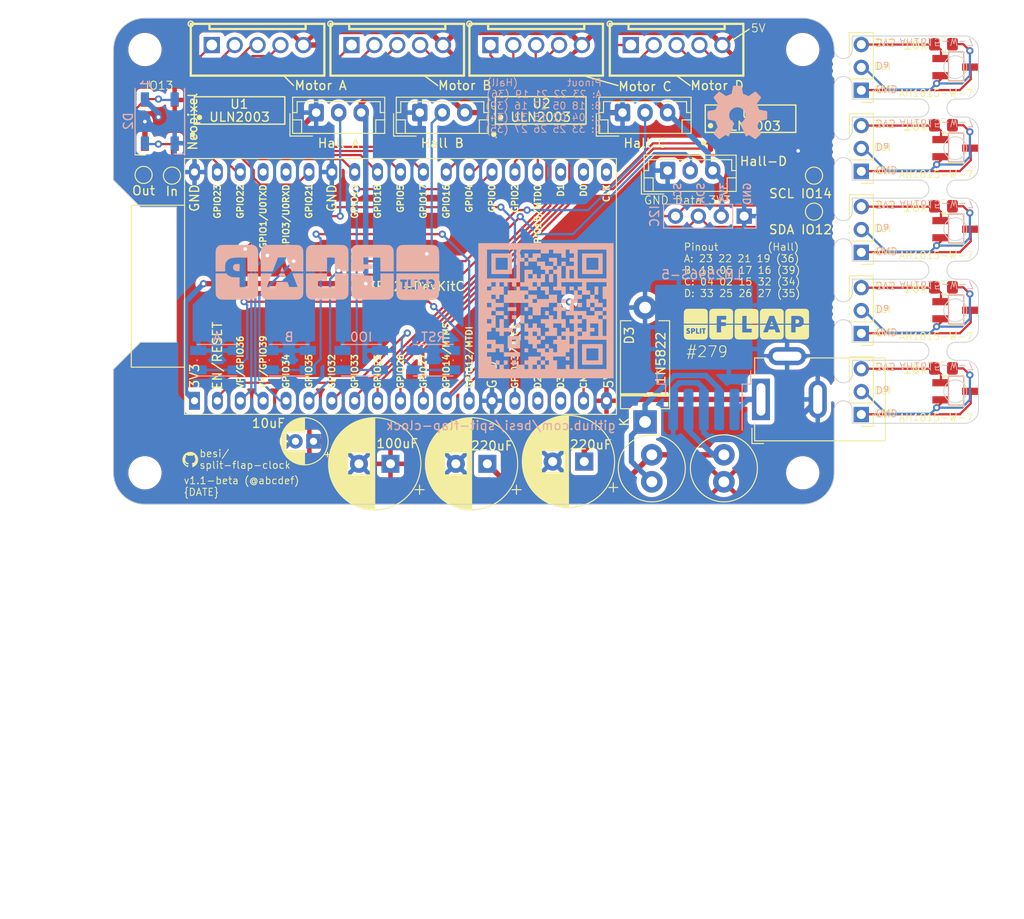
<source format=kicad_pcb>
(kicad_pcb (version 20221018) (generator pcbnew)
  (layers (0 "F.Cu" signal) (31 "B.Cu" signal) (34 "B.Paste" user) (35 "F.Paste" user) (36 "B.SilkS" user "B.Silkscreen") (37 "F.SilkS" user "F.Silkscreen") (38 "B.Mask" user) (39 "F.Mask" user) (44 "Edge.Cuts" user))
  (net 0 "")
  (net 1 "unconnected-(U3-CMD-Pad18)")
  (net 4 "Net-(U1-O1)")
  (net 5 "Net-(U1-O2)")
  (net 6 "Net-(U1-O3)")
  (net 7 "Net-(U1-O4)")
  (net 8 "+5V")
  (net 9 "Net-(U1-O5)")
  (net 10 "Net-(U1-O6)")
  (net 11 "Net-(U1-O7)")
  (net 12 "Net-(U2-O1)")
  (net 13 "Net-(U2-O2)")
  (net 14 "Net-(U2-O3)")
  (net 15 "Net-(U2-O4)")
  (net 16 "Net-(U2-O5)")
  (net 17 "Net-(U2-O6)")
  (net 18 "Net-(U2-O7)")
  (net 19 "Net-(U4-O1)")
  (net 20 "Net-(U4-O2)")
  (net 21 "GPIO23")
  (net 22 "GPIO22")
  (net 23 "GPIO21")
  (net 24 "GPIO19")
  (net 29 "GND")
  (net 30 "+3V3")
  (net 31 "GPIO18")
  (net 32 "GPIO5")
  (net 33 "GPIO17")
  (net 34 "GPIO16")
  (net 35 "GPIO4")
  (net 36 "GPIO2")
  (net 37 "GPIO15")
  (net 39 "GPIO32")
  (net 40 "GPIO33")
  (net 41 "GPIO25")
  (net 42 "GPIO26")
  (net 43 "GPIO27")
  (net 54 "Neopixel_Out")
  (net 55 "GPIO12")
  (net 56 "GPIO13")
  (net 57 "GPIO14")
  (net 58 "GPI36")
  (net 59 "GPI39")
  (net 60 "GPI34")
  (net 61 "GPI35")
  (net 62 "Net-(J6-Pin_2)")
  (net 63 "Net-(J6-Pin_1)")
  (net 64 "Net-(J6-Pin_3)")
  (net 65 "+12V")
  (net 66 "Net-(J12-Pin_3)")
  (net 67 "Net-(J12-Pin_2)")
  (net 68 "Net-(J12-Pin_1)")
  (net 69 "Net-(J13-Pin_3)")
  (net 70 "Net-(J13-Pin_2)")
  (net 71 "Net-(J13-Pin_1)")
  (net 72 "Net-(J14-Pin_3)")
  (net 73 "Net-(J14-Pin_2)")
  (net 74 "Net-(J14-Pin_1)")
  (net 75 "Net-(J15-Pin_3)")
  (net 76 "Net-(J15-Pin_2)")
  (net 77 "Net-(J15-Pin_1)")
  (net 78 "GPIO0")
  (net 79 "RESET")
  (net 80 "/POW_FB")
  (net 81 "/POW_OUT")
  (footprint "Package_TO_SOT_SMD:SC-59_Handsoldering" (layer "F.Cu") (at 178.434808 117.449171)
    (fp_text reference "U6" hide)
    (fp_text value "AH1815-W-7")
  )
  (footprint "MountingHole:MountingHole_3.2mm_M3" (layer "F.Cu") (at 161.5 135.5)
    (fp_text reference "H4" hide)
    (fp_text value "MountingHole" hide)
  )
  (footprint "Resistor_SMD:R_0805_2012Metric_Pad1.20x1.40mm_HandSolder" (layer "F.Cu") (at 177.114721 114.904584 180)
    (fp_text reference "R2" hide)
    (fp_text value "10k")
  )
  (footprint "MountingHole:MountingHole_3.2mm_M3" (layer "F.Cu") (at 172.787463 117.50742 -90)
    (fp_text reference "H6" hide)
    (fp_text value "MountingHole" hide)
  )
  (footprint "LOGO" (layer "F.Cu") (at 155.25 119)
    (fp_text reference "G***" hide)
    (fp_text value "LOGO" hide)
  )
  (footprint "Capacitor_THT:CP_Radial_D10.0mm_P3.50mm" (layer "F.Cu") (at 137.25 134.25 180)
    (fp_text reference "C6" hide)
    (fp_text value "220uF")
  )
  (footprint "Capacitor_THT:CP_Radial_D10.0mm_P3.50mm" (layer "F.Cu") (at 115.75 134.5 180)
    (fp_text reference "C8" hide)
    (fp_text value "100uF")
  )
  (footprint "Connector_JST:JST_EH_B3B-EH-A_1x03_P2.50mm_Vertical" (layer "F.Cu") (at 146.507061 101.937775)
    (fp_text reference "J11" hide)
    (fp_text value "Hall-D")
  )
  (footprint "MountingHole:MountingHole_3.2mm_M3" (layer "F.Cu") (at 172.787463 99.50742 -90)
    (fp_text reference "H8" hide)
    (fp_text value "MountingHole" hide)
  )
  (footprint "Connector_BarrelJack:BarrelJack_GCT_DCJ200-10-A_Horizontal" (layer "F.Cu") (at 156.862939 127.348699 90)
    (fp_text reference "J7" hide)
    (fp_text value "Barrel_Jack_Switch")
  )
  (footprint "Panelization:mouse-bite-2mm-slot" (layer "F.Cu") (at 166 117.5 90)
    (fp_text reference "mouse-bite-2mm-slot1" hide)
    (fp_text value "VAL**" hide)
    (fp_arc (start -2 -1) (mid -1 0) (end -2 1) (stroke (width 0.1)) (layer "Edge.Cuts"))
    (fp_arc (start 2 1) (mid 1 0) (end 2 -1) (stroke (width 0.1)) (layer "Edge.Cuts"))
  )
  (footprint "Package_TO_SOT_SMD:SC-59_Handsoldering" (layer "F.Cu") (at 178.434808 90.449171)
    (fp_text reference "U9" hide)
    (fp_text value "AH1815-W-7")
  )
  (footprint "TestPoint:TestPoint_Pad_D1.5mm" (layer "F.Cu") (at 88.34981 102.422254)
    (fp_text reference "TP2" hide)
    (fp_text value "Out")
  )
  (footprint "PCM_Espressif:ESP32-DevKitC" (layer "F.Cu") (at 94 127.5 90)
    (fp_text reference "U3" hide)
    (fp_text value "ESP32-DevKitC")
  )
  (footprint "Connector_PinHeader_2.54mm:PinHeader_1x03_P2.54mm_Vertical" (layer "F.Cu") (at 168 93.025 180)
    (fp_text reference "J15" hide)
    (fp_text value "Conn_01x03" hide)
  )
  (footprint "Panelization:mouse-bite-2mm-slot" (layer "F.Cu") (at 166 108.5 90)
    (fp_text reference "mouse-bite-2mm-slot3" hide)
    (fp_text value "VAL**" hide)
    (fp_arc (start -2 -1) (mid -1 0) (end -2 1) (stroke (width 0.1)) (layer "Edge.Cuts"))
    (fp_arc (start 2 1) (mid 1 0) (end 2 -1) (stroke (width 0.1)) (layer "Edge.Cuts"))
  )
  (footprint "Connector_PinHeader_2.54mm:PinHeader_1x03_P2.54mm_Vertical" (layer "F.Cu") (at 168 102.025 180)
    (fp_text reference "J14" hide)
    (fp_text value "Conn_01x03" hide)
  )
  (footprint "jlc_footprints:SOIC-16_L9.9-W3.9-P1.27-LS6.0-BL" (layer "F.Cu") (at 155.710327 96.179342)
    (fp_text reference "U4")
    (fp_text value "ULN2003")
  )
  (footprint "Connector_JST:JST_EH_B3B-EH-A_1x03_P2.50mm_Vertical" (layer "F.Cu") (at 119 95.5)
    (fp_text reference "J9" hide)
    (fp_text value "Hall B")
  )
  (footprint "MountingHole:MountingHole_3.2mm_M3" (layer "F.Cu") (at 88.5 88.5)
    (fp_text reference "H1" hide)
    (fp_text value "MountingHole" hide)
  )
  (footprint "MountingHole:MountingHole_3.2mm_M3" (layer "F.Cu") (at 161.5 88.5)
    (fp_text reference "H3" hide)
    (fp_text value "MountingHole" hide)
  )
  (footprint "Inductor_THT:L_Radial_D7.2mm_P3.00mm_Murata_1700" (layer "F.Cu") (at 144.75 136.5 90)
    (fp_text reference "L1" hide)
    (fp_text value "33uH")
  )
  (footprint "Package_TO_SOT_SMD:SC-59_Handsoldering" (layer "F.Cu") (at 178.434808 126.449171)
    (fp_text reference "U5" hide)
    (fp_text value "AH1815-W-7")
  )
  (footprint "TestPoint:TestPoint_Pad_D1.5mm" (layer "F.Cu") (at 162.75 106.5)
    (fp_text reference "TP3" hide)
    (fp_text value "SDA IO12")
  )
  (footprint "Package_TO_SOT_SMD:SC-59_Handsoldering" (layer "F.Cu") (at 178.434808 99.449171)
    (fp_text reference "U8" hide)
    (fp_text value "AH1815-W-7")
  )
  (footprint "Connector_PinHeader_2.54mm:PinHeader_1x03_P2.54mm_Vertical" (layer "F.Cu") (at 168 120.025 180)
    (fp_text reference "J12" hide)
    (fp_text value "Conn_01x03" hide)
  )
  (footprint "Connector_PinHeader_2.54mm:PinHeader_1x03_P2.54mm_Vertical" (layer "F.Cu") (at 168 129.025 180)
    (fp_text reference "J6" hide)
    (fp_text value "Conn_01x03" hide)
  )
  (footprint "MountingHole:MountingHole_3.2mm_M3" (layer "F.Cu") (at 172.787463 126.50742 -90)
    (fp_text reference "H5" hide)
    (fp_text value "MountingHole" hide)
  )
  (footprint "jlc_footprints:CONN-TH_B5B-XH-A-LF-SN" (layer "F.Cu") (at 116.5 88 180)
    (fp_text reference "J2" hide)
    (fp_text value "Motor B")
  )
  (footprint "Capacitor_THT:CP_Radial_D10.0mm_P3.50mm" (layer "F.Cu") (at 126.5 134.5 180)
    (fp_text reference "C7" hide)
    (fp_text value "220uF")
  )
  (footprint "Connector_JST:JST_EH_B3B-EH-A_1x03_P2.50mm_Vertical" (layer "F.Cu") (at 141.5 95.5)
    (fp_text reference "J10" hide)
    (fp_text value "Hall C")
  )
  (footprint "Diode_THT:D_DO-201_P12.70mm_Horizontal" (layer "F.Cu") (at 144 129.85 90)
    (fp_text reference "D3")
    (fp_text value "1N5822")
  )
  (footprint "Panelization:mouse-bite-2mm-slot" (layer "F.Cu") (at 166 126.5 90)
    (fp_text reference "mouse-bite-2mm-slot" hide)
    (fp_text value "VAL**" hide)
    (fp_arc (start -2 -1) (mid -1 0) (end -2 1) (stroke (width 0.1)) (layer "Edge.Cuts"))
    (fp_arc (start 2 1) (mid 1 0) (end 2 -1) (stroke (width 0.1)) (layer "Edge.Cuts"))
  )
  (footprint "Panelization:mouse-bite-2mm-slot" (layer "F.Cu") (at 166 99.5 90)
    (fp_text reference "mouse-bite-2mm-slot5" hide)
    (fp_text value "VAL**" hide)
    (fp_arc (start -2 -1) (mid -1 0) (end -2 1) (stroke (width 0.1)) (layer "Edge.Cuts"))
    (fp_arc (start 2 1) (mid 1 0) (end 2 -1) (stroke (width 0.1)) (layer "Edge.Cuts"))
  )
  (footprint "jlc_footprints:CONN-TH_B5B-XH-A-LF-SN" (layer "F.Cu") (at 101 88 180)
    (fp_text reference "J1" hide)
    (fp_text value "Motor A")
  )
  (footprint "jlc_footprints:SOIC-16_L9.9-W3.9-P1.27-LS6.0-BL" (layer "F.Cu") (at 132.421954 95.25207)
    (fp_text reference "U2")
    (fp_text value "ULN2003")
  )
  (footprint "Resistor_SMD:R_0805_2012Metric_Pad1.20x1.40mm_HandSolder" (layer "F.Cu") (at 177.114721 105.904584 180)
    (fp_text reference "R3" hide)
    (fp_text value "10k")
  )
  (footprint "Panelization:mouse-bite-2mm-slot" (layer "F.Cu") (at 176.5 113 180)
    (fp_text reference "mouse-bite-2mm-slot2" hide)
    (fp_text value "VAL**" hide)
    (fp_arc (start -2 -1) (mid -1 0) (end -2 1) (stroke (width 0.1)) (layer "Edge.Cuts"))
    (fp_arc (start 2 1) (mid 1 0) (end 2 -1) (stroke (width 0.1)) (layer "Edge.Cuts"))
  )
  (footprint "MountingHole:MountingHole_3.2mm_M3" (layer "F.Cu") (at 172.787463 90.50742 -90)
    (fp_text reference "H9" hide)
    (fp_text value "MountingHole" hide)
  )
  (footprint "jlc_footprints:CONN-TH_B5B-XH-A-LF-SN" (layer "F.Cu") (at 147.5 88 180)
    (fp_text reference "J4" hide)
    (fp_text value "Motor D")
  )
  (footprint "Panelization:mouse-bite-2mm-slot" (layer "F.Cu") (at 166 90.5 90)
    (fp_text reference "mouse-bite-2mm-slot7" hide)
    (fp_text value "VAL**" hide)
    (fp_arc (start -2 -1) (mid -1 0) (end -2 1) (stroke (width 0.1)) (layer "Edge.Cuts"))
    (fp_arc (start 2 1) (mid 1 0) (end 2 -1) (stroke (width 0.1)) (layer "Edge.Cuts"))
  )
  (footprint "Inductor_THT:L_Radial_D7.2mm_P3.00mm_Murata_1700" (layer "F.Cu") (at 152.75 133.5 -90)
    (fp_text reference "L2" hide)
    (fp_text value "22uH")
  )
  (footprint "Connector_PinHeader_2.54mm:PinHeader_1x03_P2.54mm_Vertical" (layer "F.Cu") (at 168 111.025 180)
    (fp_text reference "J13" hide)
    (fp_text value "Conn_01x03" hide)
  )
  (footprint "Panelization:mouse-bite-2mm-slot" (layer "F.Cu") (at 176.5 122 180)
    (fp_text reference "mouse-bite-2mm-slot" hide)
    (fp_text value "VAL**" hide)
    (fp_arc (start -2 -1) (mid -1 0) (end -2 1) (stroke (width 0.1)) (layer "Edge.Cuts"))
    (fp_arc (start 2 1) (mid 1 0) (end 2 -1) (stroke (width 0.1)) (layer "Edge.Cuts"))
  )
  (footprint "Resistor_SMD:R_0805_2012Metric_Pad1.20x1.40mm_HandSolder" (layer "F.Cu") (at 177.114721 87.904584 180)
    (fp_text reference "R5" hide)
    (fp_text value "10k")
  )
  (footprint "MountingHole:MountingHole_3.2mm_M3" (layer "F.Cu") (at 88.5 135.5)
    (fp_text reference "H2" hide)
    (fp_text value "MountingHole" hide)
  )
  (footprint "Connector_JST:JST_EH_B3B-EH-A_1x03_P2.50mm_Vertical" (layer "F.Cu") (at 107.5 95.5)
    (fp_text reference "J8" hide)
    (fp_text value "Hall A")
  )
  (footprint "jlc_footprints:CONN-TH_B5B-XH-A-LF-SN" (layer "F.Cu") (at 131.91999 88 180)
    (fp_text reference "J3" hide)
    (fp_text value "Motor C")
  )
  (footprint "Package_TO_SOT_SMD:SC-59_Handsoldering" (layer "F.Cu") (at 178.434808 108.449171)
    (fp_text reference "U7" hide)
    (fp_text value "AH1815-W-7")
  )
  (footprint "LOGO" (layer "F.Cu") (at 93.5 134)
    (fp_text reference "G***" hide)
    (fp_text value "LOGO" hide)
  )
  (footprint "Panelization:mouse-bite-2mm-slot" (layer "F.Cu") (at 176.5 104 180)
    (fp_text reference "mouse-bite-2mm-slot4" hide)
    (fp_text value "VAL**" hide)
    (fp_arc (start -2 -1) (mid -1 0) (end -2 1) (stroke (width 0.1)) (layer "Edge.Cuts"))
    (fp_arc (start 2 1) (mid 1 0) (end 2 -1) (stroke (width 0.1)) (layer "Edge.Cuts"))
  )
  (footprint "TestPoint:TestPoint_Pad_D1.5mm" (layer "F.Cu") (at 162.75 102.5)
    (fp_text reference "TP4" hide)
    (fp_text value "SCL IO14")
  )
  (footprint "jlc_footprints:SOIC-16_L9.9-W3.9-P1.27-LS6.0-BL" (layer "F.Cu") (at 99 95.264415)
    (fp_text reference "U1")
    (fp_text value "ULN2003")
  )
  (footprint "Resistor_SMD:R_0805_2012Metric_Pad1.20x1.40mm_HandSolder" (layer "F.Cu") (at 177.114721 96.904584 180)
    (fp_text reference "R4" hide)
    (fp_text value "10k")
  )
  (footprint "LED_SMD:LED_WS2812B_PLCC4_5.0x5.0mm_P3.2mm" (layer "F.Cu") (at 90.15 96.55 -90)
    (fp_text reference "D1" hide)
    (fp_text value "Neopixel")
  )
  (footprint "Resistor_SMD:R_0805_2012Metric_Pad1.20x1.40mm_HandSolder" (layer "F.Cu") (at 177.114721 123.904584 180)
    (fp_text reference "R1" hide)
    (fp_text value "10k")
  )
  (footprint "Panelization:mouse-bite-2mm-slot" (layer "F.Cu") (at 176.5 95 180)
    (fp_text reference "mouse-bite-2mm-slot6" hide)
    (fp_text value "VAL**" hide)
    (fp_arc (start -2 -1) (mid -1 0) (end -2 1) (stroke (width 0.1)) (layer "Edge.Cuts"))
    (fp_arc (start 2 1) (mid 1 0) (end 2 -1) (stroke (width 0.1)) (layer "Edge.Cuts"))
  )
  (footprint "TestPoint:TestPoint_Pad_D1.5mm" (layer "F.Cu") (at 91.5 102.5)
    (fp_text reference "TP1" hide)
    (fp_text value "In")
  )
  (footprint "Capacitor_THT:CP_Radial_D5.0mm_P2.00mm" (layer "F.Cu") (at 107.205113 132 180)
    (fp_text reference "C9" hide)
    (fp_text value "10uF")
  )
  (footprint "MountingHole:MountingHole_3.2mm_M3" (layer "F.Cu") (at 172.787463 108.50742 -90)
    (fp_text reference "H7" hide)
    (fp_text value "MountingHole" hide)
  )
  (footprint "Button_Switch_SMD:SW_Push_1P1T_NO_Vertical_Wuerth_434133025816" (layer "B.Cu") (at 120.5 123 180)
    (fp_text reference "SW4" hide)
    (fp_text value "RST")
  )
  (footprint "Button_Switch_SMD:SW_Push_1P1T_NO_Vertical_Wuerth_434133025816" (layer "B.Cu") (at 112.5 123 180)
    (fp_text reference "SW3" hide)
    (fp_text value "IO0")
  )
  (footprint "Connector_PinHeader_2.54mm:PinHeader_1x04_P2.54mm_Vertical" (layer "B.Cu") (at 155 107 90)
    (fp_text reference "J5" hide)
    (fp_text value "I2C")
  )
  (footprint "Symbol:OSHW-Symbol_6.7x6mm_SilkScreen" (layer "B.Cu") (at 154.25 95.5 180)
    (fp_text reference "OSHW1" hide)
    (fp_text value "github.com/besi/spit-flap-clock")
  )
  (footprint "LED_SMD:LED_WS2812B_PLCC4_5.0x5.0mm_P3.2mm" (layer "B.Cu") (at 90.15 96.45 -90)
    (fp_text reference "D2")
    (fp_text value "Neopixel")
  )
  (footprint "LOGO" (layer "B.Cu") (at 133 117.5 180)
    (fp_text reference "G***" hide)
    (fp_text value "LOGO" hide)
  )
  (footprint "LOGO" (layer "B.Cu") (at 108.75 113.25 180)
    (fp_text reference "G***" hide)
    (fp_text value "LOGO" hide)
  )
  (footprint "Package_TO_SOT_SMD:TO-263-5_TabPin3" (layer "B.Cu") (at 150.525 120.825 90)
    (fp_text reference "U12" hide)
    (fp_text value "LM2596S-5")
  )
  (footprint "Button_Switch_SMD:SW_Push_1P1T_NO_Vertical_Wuerth_434133025816" (layer "B.Cu") (at 96.5 123 180)
    (fp_text reference "SW1" hide)
    (fp_text value "A")
  )
  (footprint "Button_Switch_SMD:SW_Push_1P1T_NO_Vertical_Wuerth_434133025816" (layer "B.Cu") (at 104.5 123 180)
    (fp_text reference "SW2" hide)
    (fp_text value "B")
  )
  (gr_rect (start 177.678406 115.754595) (end 179.369209 118.974608) (stroke (width 0.15)) (fill none) (layer "B.SilkS"))
  (gr_rect (start 177.678406 106.754595) (end 179.369209 109.974608) (stroke (width 0.15)) (fill none) (layer "B.SilkS"))
  (gr_rect (start 177.678406 97.754595) (end 179.369209 100.974608) (stroke (width 0.15)) (fill none) (layer "B.SilkS"))
  (gr_rect (start 177.678406 124.754595) (end 179.369209 127.974608) (stroke (width 0.15)) (fill none) (layer "B.SilkS"))
  (gr_rect (start 177.678406 88.754595) (end 179.369209 91.974608) (stroke (width 0.15)) (fill none) (layer "B.SilkS"))
  (gr_line (start 149 92.5) (end 147.499987 91.399975) (stroke (width 0.15)) (layer "F.SilkS"))
  (gr_circle (center 124.509982 85.649987) (end 124.809982 85.649987) (stroke (width 0.15)) (fill none) (layer "F.SilkS"))
  (gr_line (start 121 92.5) (end 119.499987 91.399975) (stroke (width 0.15)) (layer "F.SilkS"))
  (gr_circle (center 140.090018 85.649987) (end 140.390018 85.649987) (stroke (width 0.15)) (fill none) (layer "F.SilkS"))
  (gr_line (start 141 92.5) (end 137.5 91.5) (stroke (width 0.15)) (layer "F.SilkS"))
  (gr_line (start 105 92.5) (end 104 91.5) (stroke (width 0.15)) (layer "F.SilkS"))
  (gr_circle (center 93.589992 85.649987) (end 93.889992 85.649987) (stroke (width 0.15)) (fill none) (layer "F.SilkS"))
  (gr_circle (center 109.090018 85.649987) (end 109.390018 85.649987) (stroke (width 0.15)) (fill none) (layer "F.SilkS"))
  (gr_line (start 155.54363 86.239383) (end 153.451934 87.618001) (stroke (width 0.15)) (layer "F.SilkS"))
  (gr_line (start 88 121) (end 85 124) (stroke (width 0.1)) (layer "Edge.Cuts"))
  (gr_arc (start 179.5 114) (mid 180.56066 114.43934) (end 181 115.5) (stroke (width 0.1)) (layer "Edge.Cuts"))
  (gr_line (start 88.5 139) (end 161.5 139) (stroke (width 0.1)) (layer "Edge.Cuts"))
  (gr_line (start 167 112) (end 167 110.5) (stroke (width 0.1)) (layer "Edge.Cuts"))
  (gr_line (start 178.5 96) (end 179.5 96) (stroke (width 0.1)) (layer "Edge.Cuts"))
  (gr_line (start 167 112) (end 174.5 112) (stroke (width 0.1)) (layer "Edge.Cuts"))
  (gr_arc (start 181 92.5) (mid 180.56066 93.56066) (end 179.5 94) (stroke (width 0.1)) (layer "Edge.Cuts"))
  (gr_line (start 167 96) (end 174.5 96) (stroke (width 0.1)) (layer "Edge.Cuts"))
  (gr_line (start 165 106.5) (end 165 101.5) (stroke (width 0.1)) (layer "Edge.Cuts"))
  (gr_line (start 167 124.5) (end 167 123) (stroke (width 0.1)) (layer "Edge.Cuts"))
  (gr_line (start 85 88.5) (end 85 103) (stroke (width 0.1)) (layer "Edge.Cuts"))
  (gr_line (start 167 130) (end 167 128.5) (stroke (width 0.1)) (layer "Edge.Cuts"))
  (gr_line (start 167 123) (end 174.5 123) (stroke (width 0.1)) (layer "Edge.Cuts"))
  (gr_line (start 167 130) (end 178.5 130) (stroke (width 0.1)) (layer "Edge.Cuts"))
  (gr_line (start 178.5 105) (end 179.5 105) (stroke (width 0.1)) (layer "Edge.Cuts"))
  (gr_circle (center 178.424431 99.449172) (end 179.691541 99.436374) (stroke (width 0.1)) (fill none) (layer "Edge.Cuts"))
  (gr_arc (start 179.5 105) (mid 180.56066 105.43934) (end 181 106.5) (stroke (width 0.1)) (layer "Edge.Cuts"))
  (gr_arc (start 88.5 139) (mid 86.025126 137.974874) (end 85 135.5) (stroke (width 0.1)) (layer "Edge.Cuts"))
  (gr_line (start 85 124) (end 85 135.5) (stroke (width 0.1)) (layer "Edge.Cuts"))
  (gr_line (start 178.5 112) (end 179.5 112) (stroke (width 0.1)) (layer "Edge.Cuts"))
  (gr_line (start 181 115.5) (end 181 119.5) (stroke (width 0.1)) (layer "Edge.Cuts"))
  (gr_line (start 178.5 103) (end 179.5 103) (stroke (width 0.1)) (layer "Edge.Cuts"))
  (gr_line (start 167 114) (end 174.5 114) (stroke (width 0.1)) (layer "Edge.Cuts"))
  (gr_circle (center 178.424431 108.449172) (end 179.691541 108.436374) (stroke (width 0.1)) (fill none) (layer "Edge.Cuts"))
  (gr_line (start 167 105) (end 174.5 105) (stroke (width 0.1)) (layer "Edge.Cuts"))
  (gr_line (start 181 88.5) (end 181 92.5) (stroke (width 0.1)) (layer "Edge.Cuts"))
  (gr_line (start 165 124.5) (end 165 119.5) (stroke (width 0.1)) (layer "Edge.Cuts"))
  (gr_arc (start 179.5 123) (mid 180.56066 123.43934) (end 181 124.5) (stroke (width 0.1)) (layer "Edge.Cuts"))
  (gr_line (start 161.5 85) (end 88.5 85) (stroke (width 0.1)) (layer "Edge.Cuts"))
  (gr_line (start 167 94) (end 174.5 94) (stroke (width 0.1)) (layer "Edge.Cuts"))
  (gr_line (start 167 106.5) (end 167 105) (stroke (width 0.1)) (layer "Edge.Cuts"))
  (gr_line (start 165 128.5) (end 165 135.5) (stroke (width 0.1)) (layer "Edge.Cuts"))
  (gr_line (start 181 97.5) (end 181 101.5) (stroke (width 0.1)) (layer "Edge.Cuts"))
  (gr_line (start 178.5 130) (end 179.5 130) (stroke (width 0.1)) (layer "Edge.Cuts"))
  (gr_line (start 167 103) (end 174.5 103) (stroke (width 0.1)) (layer "Edge.Cuts"))
  (gr_arc (start 181 128.5) (mid 180.56066 129.56066) (end 179.5 130) (stroke (width 0.1)) (layer "Edge.Cuts"))
  (gr_line (start 178.5 114) (end 179.5 114) (stroke (width 0.1)) (layer "Edge.Cuts"))
  (gr_line (start 92 106) (end 92 121) (stroke (width 0.1)) (layer "Edge.Cuts"))
  (gr_circle (center 178.424431 126.449172) (end 179.691541 126.436374) (stroke (width 0.1)) (fill none) (layer "Edge.Cuts"))
  (gr_arc (start 165 135.5) (mid 163.974874 137.974874) (end 161.5 139) (stroke (width 0.1)) (layer "Edge.Cuts"))
  (gr_arc (start 179.5 87) (mid 180.56066 87.43934) (end 181 88.5) (stroke (width 0.1)) (layer "Edge.Cuts"))
  (gr_line (start 92 121) (end 88 121) (stroke (width 0.1)) (layer "Edge.Cuts"))
  (gr_line (start 167 87) (end 178.5 87) (stroke (width 0.1)) (layer "Edge.Cuts"))
  (gr_line (start 167 97.5) (end 167 96) (stroke (width 0.1)) (layer "Edge.Cuts"))
  (gr_line (start 167 121) (end 167 119.5) (stroke (width 0.1)) (layer "Edge.Cuts"))
  (gr_line (start 178.5 121) (end 179.5 121) (stroke (width 0.1)) (layer "Edge.Cuts"))
  (gr_line (start 88 106) (end 92 106) (stroke (width 0.1)) (layer "Edge.Cuts"))
  (gr_line (start 167 94) (end 167 92.5) (stroke (width 0.1)) (layer "Edge.Cuts"))
  (gr_line (start 167 103) (end 167 101.5) (stroke (width 0.1)) (layer "Edge.Cuts"))
  (gr_circle (center 178.424431 117.449172) (end 179.691541 117.436374) (stroke (width 0.1)) (fill none) (layer "Edge.Cuts"))
  (gr_arc (start 181 119.5) (mid 180.56066 120.56066) (end 179.5 121) (stroke (width 0.1)) (layer "Edge.Cuts"))
  (gr_line (start 178.5 87) (end 179.5 87) (stroke (width 0.1)) (layer "Edge.Cuts"))
  (gr_line (start 181 106.5) (end 181 110.5) (stroke (width 0.1)) (layer "Edge.Cuts"))
  (gr_line (start 178.5 94) (end 179.5 94) (stroke (width 0.1)) (layer "Edge.Cuts"))
  (gr_line (start 165 97.5) (end 165 92.5) (stroke (width 0.1)) (layer "Edge.Cuts"))
  (gr_line (start 178.5 123) (end 179.5 123) (stroke (width 0.1)) (layer "Edge.Cuts"))
  (gr_arc (start 85 88.5) (mid 86.025126 86.025126) (end 88.5 85) (stroke (width 0.1)) (layer "Edge.Cuts"))
  (gr_arc (start 181 101.5) (mid 180.56066 102.56066) (end 179.5 103) (stroke (width 0.1)) (layer "Edge.Cuts"))
  (gr_line (start 181 124.5) (end 181 128.5) (stroke (width 0.1)) (layer "Edge.Cuts"))
  (gr_arc (start 181 110.5) (mid 180.56066 111.56066) (end 179.5 112) (stroke (width 0.1)) (layer "Edge.Cuts"))
  (gr_line (start 165 115.5) (end 165 110.5) (stroke (width 0.1)) (layer "Edge.Cuts"))
  (gr_line (start 167 121) (end 174.5 121) (stroke (width 0.1)) (layer "Edge.Cuts"))
  (gr_arc (start 161.5 85) (mid 163.974874 86.025126) (end 165 88.5) (stroke (width 0.1)) (layer "Edge.Cuts"))
  (gr_circle (center 178.424431 90.449172) (end 179.691541 90.436374) (stroke (width 0.1)) (fill none) (layer "Edge.Cuts"))
  (gr_line (start 167 115.5) (end 167 114) (stroke (width 0.1)) (layer "Edge.Cuts"))
  (gr_line (start 167 88.5) (end 167 87) (stroke (width 0.1)) (layer "Edge.Cuts"))
  (gr_arc (start 179.5 96) (mid 180.56066 96.43934) (end 181 97.5) (stroke (width 0.1)) (layer "Edge.Cuts"))
  (gr_line (start 85 103) (end 88 106) (stroke (width 0.1)) (layer "Edge.Cuts"))
  (gr_text "GND\n\nData\n\n3V3" (at 169.52706 99.275824 180) (layer "B.SilkS") (effects (font (size 0.8 0.8) (thickness 0.1)) (justify left mirror)))
  (gr_text "Pinout         (Hall)\nA: 23 22 21 19 (36)\nB: 18 05 17 16 (39)\nC: 04 02 15 32 (34)\nD: 33 25 26 27 (35)" (at 139.25 94.75) (layer "B.SilkS") (effects (font (size 0.8 0.8) (thickness 0.1)) (justify left mirror)))
  (gr_text "GND\n\nData\n\n3V3" (at 169.52706 90.275824 180) (layer "B.SilkS") (effects (font (size 0.8 0.8) (thickness 0.1)) (justify left mirror)))
  (gr_text "AH1815-W-7" (at 172.183543 123.640576 180) (layer "B.SilkS") (effects (font (size 0.8 0.8) (thickness 0.1)) (justify left mirror)))
  (gr_text "AH1815-W-7" (at 172.183543 105.640576 180) (layer "B.SilkS") (effects (font (size 0.8 0.8) (thickness 0.1)) (justify left mirror)))
  (gr_text "SCL\n\nSDA\n\n3V3\n\nGND" (at 155.805368 103.200754 90) (layer "B.SilkS") (effects (font (size 0.8 0.8)) (justify left bottom mirror)))
  (gr_text "GND\n\nData\n\n3V3" (at 169.52706 108.275824 180) (layer "B.SilkS") (effects (font (size 0.8 0.8) (thickness 0.1)) (justify left mirror)))
  (gr_text "GND\n\nData\n\n3V3" (at 169.52706 126.275824 180) (layer "B.SilkS") (effects (font (size 0.8 0.8) (thickness 0.1)) (justify left mirror)))
  (gr_text "AH1815-W-7" (at 172.183543 114.640576 180) (layer "B.SilkS") (effects (font (size 0.8 0.8) (thickness 0.1)) (justify left mirror)))
  (gr_text "GND\n\nData\n\n3V3" (at 169.52706 117.275824 180) (layer "B.SilkS") (effects (font (size 0.8 0.8) (thickness 0.1)) (justify left mirror)))
  (gr_text "AH1815-W-7" (at 172.183543 87.640576 180) (layer "B.SilkS") (effects (font (size 0.8 0.8) (thickness 0.1)) (justify left mirror)))
  (gr_text "AH1815-W-7" (at 172.183543 96.640576 180) (layer "B.SilkS") (effects (font (size 0.8 0.8) (thickness 0.1)) (justify left mirror)))
  (gr_text "IO13" (at 88.5 92.5) (layer "F.SilkS") (effects (font (size 0.9 0.9) (thickness 0.1)) (justify left)))
  (gr_text "3V3\n\nData\n\nGND" (at 169.30156 99.359272) (layer "F.SilkS") (effects (font (size 0.8 0.8) (thickness 0.1)) (justify left)))
  (gr_text "3V3\n\nData\n\nGND" (at 169.30156 108.359272) (layer "F.SilkS") (effects (font (size 0.8 0.8) (thickness 0.1)) (justify left)))
  (gr_text "3V3\n\nData\n\nGND" (at 169.30156 90.359272) (layer "F.SilkS") (effects (font (size 0.8 0.8) (thickness 0.1)) (justify left)))
  (gr_text "Pinout         (Hall)\nA: 23 22 21 19 (36)\nB: 18 05 17 16 (39)\nC: 04 02 15 32 (34)\nD: 33 25 26 27 (35)" (at 148.25 113) (layer "F.SilkS") (effects (font (size 0.8 0.8) (thickness 0.1)) (justify left)))
  (gr_text "GND Data 3V3" (at 143.822448 105.229183) (layer "F.SilkS") (effects (font (size 0.9 0.9) (thickness 0.1)) (justify left)))
  (gr_text "besi/\nsplit-flap-clock" (at 94.5 134) (layer "F.SilkS") (effects (font (size 0.8 0.8) (thickness 0.1)) (justify left)))
  (gr_text "#279" (at 148.5 122.75) (layer "F.SilkS") (effects (font (size 1.2 1.2) (thickness 0.1)) (justify left bottom)))
  (gr_text "5V" (at 155.684537 86.127854) (layer "F.SilkS") (effects (font (size 0.9 0.9) (thickness 0.1)) (justify left)))
  (gr_text "v1.1-beta (@abcdef)\n{DATE}\n" (at 92.75 137) (layer "F.SilkS") (effects (font (size 0.8 0.8) (thickness 0.1)) (justify left)))
  (gr_text "3V3\n\nData\n\nGND" (at 169.30156 117.359272) (layer "F.SilkS") (effects (font (size 0.8 0.8) (thickness 0.1)) (justify left)))
  (gr_text "3V3\n\nData\n\nGND" (at 169.30156 126.359272) (layer "F.SilkS") (effects (font (size 0.8 0.8) (thickness 0.1)) (justify left)))
  (segment (start 137.18 118.099) (end 137.18 127.5) (width 0.25) (layer "F.Cu") (net 1))
  (segment (start 135.60275 116.52175) (end 137.18 118.099) (width 0.25) (layer "F.Cu") (net 1))
  (via (at 135.60275 116.52175) (size 0.8) (drill 0.4) (layers "F.Cu" "B.Cu") (net 1))
  (segment (start 94.554991 92.52883) (end 94.554991 89.364999) (width 0.25) (layer "F.Cu") (net 4))
  (segment (start 94.554991 89.364999) (end 95.91999 88) (width 0.25) (layer "F.Cu") (net 4))
  (segment (start 95.824994 90.635001) (end 98.459995 88) (width 0.25) (layer "F.Cu") (net 5))
  (segment (start 95.824994 92.52883) (end 95.824994 90.635001) (width 0.25) (layer "F.Cu") (net 5))
  (segment (start 97.094996 91.289346) (end 100.384342 88) (width 0.25) (layer "F.Cu") (net 6))
  (segment (start 97.094996 92.52883) (end 97.094996 91.289346) (width 0.25) (layer "F.Cu") (net 6))
  (segment (start 100.384342 88) (end 101 88) (width 0.25) (layer "F.Cu") (net 6))
  (segment (start 100.429345 89.225) (end 102.315005 89.225) (width 0.25) (layer "F.Cu") (net 7))
  (segment (start 98.364999 91.289346) (end 100.429345 89.225) (width 0.25) (layer "F.Cu") (net 7))
  (segment (start 98.364999 92.52883) (end 98.364999 91.289346) (width 0.25) (layer "F.Cu") (net 7))
  (segment (start 102.315005 89.225) (end 103.540005 88) (width 0.25) (layer "F.Cu") (net 7))
  (segment (start 137.350478 93) (end 146.764835 93) (width 0.6) (layer "F.Cu") (net 8))
  (segment (start 103.445009 92.52883) (end 122.1602 92.52883) (width 0.6) (layer "F.Cu") (net 8))
  (segment (start 151.18001 86.6) (end 138.4 86.6) (width 0.6) (layer "F.Cu") (net 8))
  (segment (start 148.034188 94.269353) (end 148.034188 95) (width 0.6) (layer "F.Cu") (net 8))
  (segment (start 146.764835 93) (end 148.034188 94.269353) (width 0.6) (layer "F.Cu") (net 8))
  (segment (start 106.08001 88) (end 107.5 88) (width 0.6) (layer "F.Cu") (net 8))
  (segment (start 136.475 94.025) (end 136.866963 93.633037) (width 0.6) (layer "F.Cu") (net 8))
  (segment (start 107.5 88) (end 109 86.5) (width 0.6) (layer "F.Cu") (net 8))
  (segment (start 138.4 86.6) (end 137 88) (width 0.6) (layer "F.Cu") (net 8))
  (segment (start 120.08001 86.5) (end 121.58001 88) (width 0.6) (layer "F.Cu") (net 8))
  (segment (start 122.1602 92.52883) (end 123.65637 94.025) (width 0.6) (layer "F.Cu") (net 8))
  (segment (start 123.65637 94.025) (end 136.475 94.025) (width 0.6) (layer "F.Cu") (net 8))
  (segment (start 136.866963 92.516485) (end 137.350478 93) (width 0.6) (layer "F.Cu") (net 8))
  (segment (start 136.866963 93.633037) (end 136.866963 92.516485) (width 0.6) (layer "F.Cu") (net 8))
  (segment (start 109 86.5) (end 120.08001 86.5) (width 0.6) (layer "F.Cu") (net 8))
  (segment (start 135.6 86.6) (end 137 88) (width 0.6) (layer "F.Cu") (net 8))
  (segment (start 121.58001 88) (end 122.5 87.08001) (width 0.6) (layer "F.Cu") (net 8))
  (segment (start 122.5 87.08001) (end 122.5 87) (width 0.6) (layer "F.Cu") (net 8))
  (segment (start 122.5 87) (end 122.9 86.6) (width 0.6) (layer "F.Cu") (net 8))
  (segment (start 152.58001 88) (end 151.18001 86.6) (width 0.6) (layer "F.Cu") (net 8))
  (segment (start 122.9 86.6) (end 135.6 86.6) (width 0.6) (layer "F.Cu") (net 8))
  (via (at 90 96) (size 0.8) (drill 0.4) (layers "F.Cu" "B.Cu") (net 8))
  (segment (start 88.5 94.1) (end 90 95.6) (width 0.6) (layer "B.Cu") (net 8))
  (segment (start 90 95.6) (end 90 96) (width 0.6) (layer "B.Cu") (net 8))
  (segment (start 101.249347 89.675) (end 109.74499 89.675) (width 0.25) (layer "F.Cu") (net 9))
  (segment (start 99.635001 91.289346) (end 101.249347 89.675) (width 0.25) (layer "F.Cu") (net 9))
  (segment (start 109.74499 89.675) (end 111.41999 88) (width 0.25) (layer "F.Cu") (net 9))
  (segment (start 99.635001 92.52883) (end 99.635001 91.289346) (width 0.25) (layer "F.Cu") (net 9))
  (segment (start 100.905004 91.844337) (end 100.905004 92.52883) (width 0.25) (layer "F.Cu") (net 10))
  (segment (start 102.624341 90.125) (end 100.905004 91.844337) (width 0.25) (layer "F.Cu") (net 10))
  (segment (start 113.959995 88) (end 111.834995 90.125) (width 0.25) (layer "F.Cu") (net 10))
  (segment (start 111.834995 90.125) (end 102.624341 90.125) (width 0.25) (layer "F.Cu") (net 10))
  (segment (start 113.925 90.575) (end 116.5 88) (width 0.25) (layer "F.Cu") (net 11))
  (segment (start 102.175006 92.52883) (end 102.175006 91.844337) (width 0.25) (layer "F.Cu") (net 11))
  (segment (start 103.444343 90.575) (end 113.925 90.575) (width 0.25) (layer "F.Cu") (net 11))
  (segment (start 102.175006 91.844337) (end 103.444343 90.575) (width 0.25) (layer "F.Cu") (net 11))
  (segment (start 119.08001 88) (end 121.383481 90.303471) (width 0.25) (layer "F.Cu") (net 12))
  (segment (start 121.383481 90.303471) (end 125.763931 90.303471) (width 0.25) (layer "F.Cu") (net 12))
  (segment (start 125.763931 90.303471) (end 127.976945 92.516485) (width 0.25) (layer "F.Cu") (net 12))
  (segment (start 119.040005 88) (end 119.08001 88) (width 0.25) (layer "F.Cu") (net 12))
  (segment (start 126.83998 88) (end 126.83998 89.15) (width 0.25) (layer "F.Cu") (net 13))
  (segment (start 129.246948 91.556968) (end 129.246948 92.516485) (width 0.25) (layer "F.Cu") (net 13))
  (segment (start 126.83998 89.15) (end 129.246948 91.556968) (width 0.25) (layer "F.Cu") (net 13))
  (segment (start 129.379985 90.379985) (end 130.51695 91.51695) (width 0.25) (layer "F.Cu") (net 14))
  (segment (start 130.51695 91.51695) (end 130.51695 92.516485) (width 0.25) (layer "F.Cu") (net 14))
  (segment (start 129.379985 88) (end 129.379985 90.379985) (width 0.25) (layer "F.Cu") (net 14))
  (segment (start 131.864999 92.438439) (end 131.786953 92.516485) (width 0.25) (layer "F.Cu") (net 15))
  (segment (start 131.91999 88.08001) (end 131.5 88.5) (width 0.25) (layer "F.Cu") (net 15))
  (segment (start 131.91999 88) (end 131.91999 88.08001) (width 0.25) (layer "F.Cu") (net 15))
  (segment (start 131.5 88.5) (end 131.864999 88.864999) (width 0.25) (layer "F.Cu") (net 15))
  (segment (start 131.864999 88.864999) (end 131.864999 92.438439) (width 0.25) (layer "F.Cu") (net 15))
  (segment (start 134.459995 88) (end 133.135001 89.324994) (width 0.25) (layer "F.Cu") (net 16))
  (segment (start 133.135001 89.324994) (end 133.135001 92.438439) (width 0.25) (layer "F.Cu") (net 16))
  (segment (start 133.135001 92.438439) (end 133.056955 92.516485) (width 0.25) (layer "F.Cu") (net 16))
  (segment (start 139.5 88) (end 142.41999 88) (width 0.25) (layer "F.Cu") (net 17))
  (segment (start 138 89.5) (end 139.5 88) (width 0.25) (layer "F.Cu") (net 17))
  (segment (start 134.326958 92.516485) (end 134.326958 91.831992) (width 0.25) (layer "F.Cu") (net 17))
  (segment (start 136.65895 89.5) (end 138 89.5) (width 0.25) (layer "F.Cu") (net 17))
  (segment (start 134.326958 91.831992) (end 136.65895 89.5) (width 0.25) (layer "F.Cu") (net 17))
  (segment (start 135.59696 92.516485) (end 135.59696 91.831992) (width 0.25) (layer "F.Cu") (net 18))
  (segment (start 142.959995 90) (end 144.959995 88) (width 0.25) (layer "F.Cu") (net 18))
  (segment (start 137.428952 90) (end 142.959995 90) (width 0.25) (layer "F.Cu") (net 18))
  (segment (start 135.59696 91.831992) (end 137.428952 90) (width 0.25) (layer "F.Cu") (net 18))
  (segment (start 151.265318 91.765318) (end 147.5 88) (width 0.25) (layer "F.Cu") (net 19))
  (segment (start 151.265318 93.443757) (end 151.265318 91.765318) (width 0.25) (layer "F.Cu") (net 19))
  (segment (start 152.535321 90.495316) (end 152.535321 93.443757) (width 0.25) (layer "F.Cu") (net 20))
  (segment (start 150.040005 88) (end 152.535321 90.495316) (width 0.25) (layer "F.Cu") (net 20))
  (segment (start 96.54 101.145745) (end 94.554991 99.160736) (width 0.25) (layer "F.Cu") (net 21))
  (segment (start 94.554991 99.160736) (end 94.554991 98) (width 0.25) (layer "F.Cu") (net 21))
  (segment (start 96.54 102.1) (end 96.54 101.145745) (width 0.25) (layer "F.Cu") (net 21))
  (segment (start 98.68551 102.1) (end 99.08 102.1) (width 0.25) (layer "F.Cu") (net 22))
  (segment (start 95.824994 98) (end 95.824994 99.239484) (width 0.25) (layer "F.Cu") (net 22))
  (segment (start 95.824994 99.239484) (end 98.68551 102.1) (width 0.25) (layer "F.Cu") (net 22))
  (segment (start 100.573162 102.76131) (end 101.311852 103.5) (width 0.25) (layer "F.Cu") (net 23))
  (segment (start 101.311852 103.5) (end 105.3 103.5) (width 0.25) (layer "F.Cu") (net 23))
  (segment (start 97.094996 98.406848) (end 100.573162 101.885014) (width 0.25) (layer "F.Cu") (net 23))
  (segment (start 97.094996 98) (end 97.094996 98.406848) (width 0.25) (layer "F.Cu") (net 23))
  (segment (start 100.573162 101.885014) (end 100.573162 102.76131) (width 0.25) (layer "F.Cu") (net 23))
  (segment (start 105.3 103.5) (end 106.7 102.1) (width 0.25) (layer "F.Cu") (net 23))
  (segment (start 98.364999 98.684493) (end 100.346679 100.666173) (width 0.25) (layer "F.Cu") (net 24))
  (segment (start 98.364999 98) (end 98.364999 98.684493) (width 0.25) (layer "F.Cu") (net 24))
  (segment (start 100.346679 100.666173) (end 110.346173 100.666173) (width 0.25) (layer "F.Cu") (net 24))
  (segment (start 110.346173 100.666173) (end 111.78 102.1) (width 0.25) (layer "F.Cu") (net 24))
  (segment (start 103.445009 98) (end 105 98) (width 0.6) (layer "F.Cu") (net 29))
  (segment (start 160.155336 98.914927) (end 160.158587 98.914927) (width 0.6) (layer "F.Cu") (net 29))
  (segment (start 88.5 99) (end 88.5 96.5) (width 0.6) (layer "F.Cu") (net 29))
  (segment (start 105 98) (end 107.5 95.5) (width 0.6) (layer "F.Cu") (net 29))
  (segment (start 141.5 95.5) (end 139.354618 95.5) (width 0.6) (layer "F.Cu") (net 29))
  (segment (start 160.158587 98.914927) (end 160.991077 99.747417) (width 0.6) (layer "F.Cu") (net 29))
  (segment (start 139.354618 95.5) (end 136.866963 97.987655) (width 0.6) (layer "F.Cu") (net 29))
  (via (at 88.5 96.5) (size 0.8) (drill 0.4) (layers "F.Cu" "B.Cu") (net 29))
  (via (at 160.991077 99.747417) (size 0.8) (drill 0.4) (layers "F.Cu" "B.Cu") (net 29))
  (segment (start 150.525 126.175) (end 150.525 128.475) (width 0.6) (layer "B.Cu") (net 29))
  (segment (start 147.125 128.475) (end 147.125 126.175) (width 0.6) (layer "B.Cu") (net 29))
  (segment (start 158.711638 131.8) (end 163.162939 127.348699) (width 0.6) (layer "B.Cu") (net 29))
  (segment (start 147.125 126.175) (end 147.8 125.5) (width 0.6) (layer "B.Cu") (net 29))
  (segment (start 147.8 125.5) (end 149.85 125.5) (width 0.6) (layer "B.Cu") (net 29))
  (segment (start 150.525 128.475) (end 150.525 131.025) (width 0.6) (layer "B.Cu") (net 29))
  (segment (start 150.525 131.025) (end 151.3 131.8) (width 0.6) (layer "B.Cu") (net 29))
  (segment (start 149.85 125.5) (end 150.525 126.175) (width 0.6) (layer "B.Cu") (net 29))
  (segment (start 151.3 131.8) (end 158.711638 131.8) (width 0.6) (layer "B.Cu") (net 29))
  (segment (start 139.607412 94) (end 145 94) (width 0.6) (layer "F.Cu") (net 30))
  (segment (start 95 114.5) (end 113 114.5) (width 0.6) (layer "F.Cu") (net 30))
  (segment (start 124 95.5) (end 127.5 95.5) (width 0.6) (layer "F.Cu") (net 30))
  (segment (start 112.5 94.5) (end 113.5 93.5) (width 0.6) (layer "F.Cu") (net 30))
  (segment (start 137.607412 96) (end 139.607412 94) (width 0.6) (layer "F.Cu") (net 30))
  (segment (start 122 93.5) (end 124 95.5) (width 0.6) (layer "F.Cu") (net 30))
  (segment (start 145 94) (end 146.5 95.5) (width 0.6) (layer "F.Cu") (net 30))
  (segment (start 112.5 95.5) (end 112.5 94.5) (width 0.6) (layer "F.Cu") (net 30))
  (segment (start 127.5 95.5) (end 128 96) (width 0.6) (layer "F.Cu") (net 30))
  (segment (start 113.5 93.5) (end 122 93.5) (width 0.6) (layer "F.Cu") (net 30))
  (segment (start 128 96) (end 137.607412 96) (width 0.6) (layer "F.Cu") (net 30))
  (via (at 113 114.5) (size 0.8) (drill 0.4) (layers "F.Cu" "B.Cu") (net 30))
  (via (at 95 114.5) (size 0.8) (drill 0.4) (layers "F.Cu" "B.Cu") (net 30))
  (segment (start 152.5 106.96) (end 152.46 107) (width 0.6) (layer "B.Cu") (net 30))
  (segment (start 93 126.5) (end 94 127.5) (width 0.6) (layer "B.Cu") (net 30))
  (segment (start 151.507061 101.937775) (end 152.5 102.930714) (width 0.6) (layer "B.Cu") (net 30))
  (segment (start 151.507061 101.937775) (end 151 101.430714) (width 0.6) (layer "B.Cu") (net 30))
  (segment (start 151 101.430714) (end 151 100) (width 0.6) (layer "B.Cu") (net 30))
  (segment (start 112.5 95.5) (end 113 96) (width 0.6) (layer "B.Cu") (net 30))
  (segment (start 113 96) (end 113 114.5) (width 0.6) (layer "B.Cu") (net 30))
  (segment (start 152.5 102.930714) (end 152.5 106.96) (width 0.6) (layer "B.Cu") (net 30))
  (segment (start 93 116.5) (end 93 126.5) (width 0.6) (layer "B.Cu") (net 30))
  (segment (start 151 100) (end 146.5 95.5) (width 0.6) (layer "B.Cu") (net 30))
  (segment (start 95 114.5) (end 93 116.5) (width 0.6) (layer "B.Cu") (net 30))
  (segment (start 101.166681 100.216173) (end 99.635001 98.684493) (width 0.25) (layer "F.Cu") (net 31))
  (segment (start 99.635001 98.684493) (end 99.635001 98) (width 0.25) (layer "F.Cu") (net 31))
  (segment (start 112.436173 100.216173) (end 101.166681 100.216173) (width 0.25) (layer "F.Cu") (net 31))
  (segment (start 114.32 102.1) (end 112.436173 100.216173) (width 0.25) (layer "F.Cu") (net 31))
  (segment (start 114.526173 99.766173) (end 116.86 102.1) (width 0.25) (layer "F.Cu") (net 32))
  (segment (start 101.986684 99.766173) (end 114.526173 99.766173) (width 0.25) (layer "F.Cu") (net 32))
  (segment (start 100.905004 98.684493) (end 101.986684 99.766173) (width 0.25) (layer "F.Cu") (net 32))
  (segment (start 100.905004 98) (end 100.905004 98.684493) (width 0.25) (layer "F.Cu") (net 32))
  (segment (start 102.175006 98) (end 102.175006 98.7374) (width 0.25) (layer "F.Cu") (net 33))
  (segment (start 102.748103 99.310497) (end 116.610497 99.310497) (width 0.25) (layer "F.Cu") (net 33))
  (segment (start 116.610497 99.310497) (end 119.4 102.1) (width 0.25) (layer "F.Cu") (net 33))
  (segment (start 102.175006 98.7374) (end 102.748103 99.310497) (width 0.25) (layer "F.Cu") (net 33))
  (segment (start 126.052345 97.987655) (end 121.94 102.1) (width 0.25) (layer "F.Cu") (net 34))
  (segment (start 127.976945 97.987655) (end 126.052345 97.987655) (width 0.25) (layer "F.Cu") (net 34))
  (segment (start 129.246948 99.242648) (end 129.246948 97.987655) (width 0.25) (layer "F.Cu") (net 35))
  (segment (start 128.489596 100) (end 129.246948 99.242648) (width 0.25) (layer "F.Cu") (net 35))
  (segment (start 124.9 102.1) (end 127 100) (width 0.25) (layer "F.Cu") (net 35))
  (segment (start 127 100) (end 128.489596 100) (width 0.25) (layer "F.Cu") (net 35))
  (segment (start 124.48 102.1) (end 124.9 102.1) (width 0.25) (layer "F.Cu") (net 35))
  (segment (start 129.56 102.1) (end 129.56 100.94) (width 0.25) (layer "F.Cu") (net 36))
  (segment (start 130.51695 99.98305) (end 130.51695 97.987655) (width 0.25) (layer "F.Cu") (net 36))
  (segment (start 129.56 100.94) (end 130.51695 99.98305) (width 0.25) (layer "F.Cu") (net 36))
  (segment (start 132.1 102.1) (end 132.1 100.413182) (width 0.25) (layer "F.Cu") (net 37))
  (segment (start 131.786953 100.100135) (end 131.786953 97.987655) (width 0.25) (layer "F.Cu") (net 37))
  (segment (start 132.1 100.413182) (end 131.786953 100.100135) (width 0.25) (layer "F.Cu") (net 37))
  (segment (start 110.79 125.95) (end 112.186396 125.95) (width 0.25) (layer "F.Cu") (net 39))
  (segment (start 133.05 97.99461) (end 133.056955 97.987655) (width 0.25) (layer "F.Cu") (net 39))
  (segment (start 109.24 127.5) (end 110.79 125.95) (width 0.25) (layer "F.Cu") (net 39))
  (segment (start 112.186396 125.95) (end 113.136396 125) (width 0.25) (layer "F.Cu") (net 39))
  (segment (start 133.05 105.63857) (end 133.05 97.99461) (width 0.25) (layer "F.Cu") (net 39))
  (segment (start 113.136396 125) (end 113.68857 125) (width 0.25) (layer "F.Cu") (net 39))
  (segment (start 113.68857 125) (end 133.05 105.63857) (width 0.25) (layer "F.Cu") (net 39))
  (segment (start 134.326958 97.987655) (end 134.326958 98.672148) (width 0.25) (layer "F.Cu") (net 40))
  (segment (start 133.5 105.824966) (end 113.874966 125.45) (width 0.25) (layer "F.Cu") (net 40))
  (segment (start 133.5 99.499106) (end 133.5 105.824966) (width 0.25) (layer "F.Cu") (net 40))
  (segment (start 134.326958 98.672148) (end 133.5 99.499106) (width 0.25) (layer "F.Cu") (net 40))
  (segment (start 113.43 125.45) (end 111.78 127.1) (width 0.25) (layer "F.Cu") (net 40))
  (segment (start 113.874966 125.45) (end 113.43 125.45) (width 0.25) (layer "F.Cu") (net 40))
  (segment (start 111.78 127.1) (end 111.78 127.5) (width 0.25) (layer "F.Cu") (net 40))
  (segment (start 114.32 125.641362) (end 114.32 127.5) (width 0.25) (layer "F.Cu") (net 41))
  (segment (start 135.59696 97.987655) (end 135.59696 104.364402) (width 0.25) (layer "F.Cu") (net 41))
  (segment (start 135.59696 104.364402) (end 114.32 125.641362) (width 0.25) (layer "F.Cu") (net 41))
  (segment (start 144.881342 98.914927) (end 151.265318 98.914927) (width 0.25) (layer "F.Cu") (net 42))
  (segment (start 137.047758 103.55) (end 140.246269 103.55) (width 0.25) (layer "F.Cu") (net 42))
  (segment (start 140.246269 103.55) (end 144.881342 98.914927) (width 0.25) (layer "F.Cu") (net 42))
  (segment (start 116.86 127.5) (end 116.86 123.737758) (width 0.25) (layer "F.Cu") (net 42))
  (segment (start 116.86 123.737758) (end 137.047758 103.55) (width 0.25) (layer "F.Cu") (net 42))
  (segment (start 151.909317 100.225424) (end 152.535321 99.59942) (width 0.25) (layer "F.Cu") (net 43))
  (segment (start 119.4 127.5) (end 119.4 121.834154) (width 0.25) (layer "F.Cu") (net 43))
  (segment (start 137.234154 104) (end 140.432665 104) (width 0.25) (layer "F.Cu") (net 43))
  (segment (start 140.432665 104) (end 144.932665 99.5) (width 0.25) (layer "F.Cu") (net 43))
  (segment (start 119.4 121.834154) (end 137.234154 104) (width 0.25) (layer "F.Cu") (net 43))
  (segment (start 150.280595 99.5) (end 151.006019 100.225424) (width 0.25) (layer "F.Cu") (net 43))
  (segment (start 151.006019 100.225424) (end 151.909317 100.225424) (width 0.25) (layer "F.Cu") (net 43))
  (segment (start 144.932665 99.5) (end 150.280595 99.5) (width 0.25) (layer "F.Cu") (net 43))
  (segment (start 152.535321 99.59942) (end 152.535321 98.914927) (width 0.25) (layer "F.Cu") (net 43))
  (segment (start 87.34981 95.25019) (end 88.5 94.1) (width 0.25) (layer "F.Cu") (net 54))
  (segment (start 90 94) (end 88.6 94) (width 0.25) (layer "F.Cu") (net 54))
  (segment (start 87.34981 101.422254) (end 87.34981 95.25019) (width 0.25) (layer "F.Cu") (net 54))
  (segment (start 88.6 94) (end 88.5 94.1) (width 0.25) (layer "F.Cu") (net 54))
  (segment (start 88.34981 102.422254) (end 87.34981 101.422254) (width 0.25) (layer "F.Cu") (net 54))
  (via (at 90 94) (size 0.8) (drill 0.4) (layers "F.Cu" "B.Cu") (net 54))
  (segment (start 91.8 94.1) (end 90.1 94.1) (width 0.25) (layer "B.Cu") (net 54))
  (segment (start 90.1 94.1) (end 90 94) (width 0.25) (layer "B.Cu") (net 54))
  (segment (start 162.75 106.5) (end 161.052572 108.197428) (width 0.25) (layer "F.Cu") (net 55))
  (segment (start 149.92 107.08) (end 148.825 108.175) (width 0.25) (layer "F.Cu") (net 55))
  (segment (start 121.5 109) (end 107.5 109) (width 0.25) (layer "F.Cu") (net 55))
  (segment (start 149.92 107) (end 149.92 107.08) (width 0.25) (layer "F.Cu") (net 55))
  (segment (start 141.901396 108.175) (end 124.48 125.596396) (width 0.25) (layer "F.Cu") (net 55))
  (segment (start 161.052572 108.197428) (end 151.117428 108.197428) (width 0.25) (layer "F.Cu") (net 55))
  (segment (start 148.825 108.175) (end 141.901396 108.175) (width 0.25) (layer "F.Cu") (net 55))
  (segment (start 151.117428 108.197428) (end 149.92 107) (width 0.25) (layer "F.Cu") (net 55))
  (segment (start 124.48 125.596396) (end 124.48 127.5) (width 0.25) (layer "F.Cu") (net 55))
  (via (at 121.5 109) (size 0.8) (drill 0.4) (layers "F.Cu" "B.Cu") (net 55))
  (via (at 107.5 109) (size 0.8) (drill 0.4) (layers "F.Cu" "B.Cu") (net 55))
  (segment (start 121.5 109) (end 124.48 111.98) (width 0.25) (layer "B.Cu") (net 55))
  (segment (start 108 122.85) (end 108 109.5) (width 0.25) (layer "B.Cu") (net 55))
  (segment (start 106.775 124.075) (end 108 122.85) (width 0.25) (layer "B.Cu") (net 55))
  (segment (start 102.45 124.075) (end 106.575 124.075) (width 0.25) (layer "B.Cu") (net 55))
  (segment (start 108 109.5) (end 107.5 109) (width 0.25) (layer "B.Cu") (net 55))
  (segment (start 124.48 111.98) (end 124.48 127.5) (width 0.25) (layer "B.Cu") (net 55))
  (segment (start 106.575 124.075) (end 106.775 124.075) (width 0.25) (layer "B.Cu") (net 55))
  (segment (start 95 106) (end 91.5 102.5) (width 0.25) (layer "F.Cu") (net 56))
  (segment (start 128 106) (end 95 106) (width 0.25) (layer "F.Cu") (net 56))
  (segment (start 91.5 99.3) (end 91.8 99) (width 0.25) (layer "F.Cu") (net 56))
  (segment (start 91.8 99) (end 90 99) (width 0.25) (layer "F.Cu") (net 56))
  (segment (start 91.5 102.5) (end 91.5 99.3) (width 0.25) (layer "F.Cu") (net 56))
  (via (at 128 106) (size 0.8) (drill 0.4) (layers "F.Cu" "B.Cu") (net 56))
  (via (at 90 99) (size 0.8) (drill 0.4) (layers "F.Cu" "B.Cu") (net 56))
  (segment (start 90 99) (end 88.6 99) (width 0.25) (layer "B.Cu") (net 56))
  (segment (start 129.56 107.56) (end 128 106) (width 0.25) (layer "B.Cu") (net 56))
  (segment (start 88.6 99) (end 88.5 98.9) (width 0.25) (layer "B.Cu") (net 56))
  (segment (start 129.56 127.5) (end 129.56 107.56) (width 0.25) (layer "B.Cu") (net 56))
  (segment (start 148.555 105.825) (end 156.825 105.825) (width 0.25) (layer "F.Cu") (net 57))
  (segment (start 160.15 102.5) (end 162.75 102.5) (width 0.25) (layer "F.Cu") (net 57))
  (segment (start 121.94 127.1) (end 142.04 107) (width 0.25) (layer "F.Cu") (net 57))
  (segment (start 142.04 107) (end 147.38 107) (width 0.25) (layer "F.Cu") (net 57))
  (segment (start 156.825 105.825) (end 160.15 102.5) (width 0.25) (layer "F.Cu") (net 57))
  (segment (start 121.94 127.5) (end 121.94 127.1) (width 0.25) (layer "F.Cu") (net 57))
  (segment (start 120.002979 116.5) (end 120.547766 117.044787) (width 0.25) (layer "F.Cu") (net 57))
  (segment (start 147.38 107) (end 148.555 105.825) (width 0.25) (layer "F.Cu") (net 57))
  (segment (start 99.5 116.5) (end 120.002979 116.5) (width 0.25) (layer "F.Cu") (net 57))
  (via (at 120.547766 117.044787) (size 0.8) (drill 0.4) (layers "F.Cu" "B.Cu") (net 57))
  (via (at 99.5 116.5) (size 0.8) (drill 0.4) (layers "F.Cu" "B.Cu") (net 57))
  (segment (start 94.45 124.075) (end 98.575 124.075) (width 0.25) (layer "B.Cu") (net 57))
  (segment (start 121.94 127.5) (end 124 125.44) (width 0.25) (layer "B.Cu") (net 57))
  (segment (start 124 120.497021) (end 120.547766 117.044787) (width 0.25) (layer "B.Cu") (net 57))
  (segment (start 99.85 122.8) (end 99.85 116.85) (width 0.25) (layer "B.Cu") (net 57))
  (segment (start 124 125.44) (end 124 120.497021) (width 0.25) (layer "B.Cu") (net 57))
  (segment (start 99.85 116.85) (end 99.5 116.5) (width 0.25) (layer "B.Cu") (net 57))
  (segment (start 98.575 124.075) (end 99.85 122.8) (width 0.25) (layer "B.Cu") (net 57))
  (segment (start 103.275915 107) (end 110.165 107) (width 0.25) (layer "F.Cu") (net 58))
  (segment (start 99.628203 110.647712) (end 103.275915 107) (width 0.25) (layer "F.Cu") (net 58))
  (via (at 110.165 107) (size 0.8) (drill 0.4) (layers "F.Cu" "B.Cu") (net 58))
  (via (at 99.628203 110.647712) (size 0.8) (drill 0.4) (layers "F.Cu" "B.Cu") (net 58))
  (segment (start 99.08 127.5) (end 100.3 126.28) (width 0.25) (layer "B.Cu") (net 58))
  (segment (start 110.165 95.665) (end 110.165 107) (width 0.25) (layer "B.Cu") (net 58))
  (segment (start 110 95.5) (end 110.165 95.665) (width 0.25) (layer "B.Cu") (net 58))
  (segment (start 100.3 111.319509) (end 99.628203 110.647712) (width 0.25) (layer "B.Cu") (net 58))
  (segment (start 100.3 126.28) (end 100.3 111.319509) (width 0.25) (layer "B.Cu") (net 58))
  (segment (start 119.736829 111.21817) (end 119.772483 111.182516) (width 0.25) (layer "F.Cu") (net 59))
  (segment (start 102.088301 111.360784) (end 102.230915 111.21817) (width 0.25) (layer "F.Cu") (net 59))
  (segment (start 102.230915 111.21817) (end 119.736829 111.21817) (width 0.25) (layer "F.Cu") (net 59))
  (via (at 102.088301 111.360784) (size 0.8) (drill 0.4) (layers "F.Cu" "B.Cu") (net 59))
  (via (at 119.772483 111.182516) (size 0.8) (drill 0.4) (layers "F.Cu" "B.Cu") (net 59))
  (segment (start 120.325 110.629999) (end 119.772483 111.182516) (width 0.25) (layer "B.Cu") (net 59))
  (segment (start 120.325 96.675) (end 120.325 110.629999) (width 0.25) (layer "B.Cu") (net 59))
  (segment (start 100.75 112.699085) (end 102.088301 111.360784) (width 0.25) (layer "B.Cu") (net 59))
  (segment (start 100.75 126.63) (end 100.75 112.699085) (width 0.25) (layer "B.Cu") (net 59))
  (segment (start 121.5 95.5) (end 120.325 96.675) (width 0.25) (layer "B.Cu") (net 59))
  (segment (start 101.62 127.5) (end 100.75 126.63) (width 0.25) (layer "B.Cu") (net 59))
  (segment (start 105 112) (end 124.069138 112) (width 0.25) (layer "F.Cu") (net 60))
  (segment (start 129.740716 106.328422) (end 130.9059 106.328422) (width 0.25) (layer "F.Cu") (net 60))
  (segment (start 124.069138 112) (end 129.740716 106.328422) (width 0.25) (layer "F.Cu") (net 60))
  (via (at 105 112) (size 0.8) (drill 0.4) (layers "F.Cu" "B.Cu") (net 60))
  (via (at 130.9059 106.328422) (size 0.8) (drill 0.4) (layers "F.Cu" "B.Cu") (net 60))
  (segment (start 101.2 115.8) (end 101.2 125.2) (width 0.25) (layer "B.Cu") (net 60))
  (segment (start 137.671578 106.328422) (end 130.9059 106.328422) (width 0.25) (layer "B.Cu") (net 60))
  (segment (start 103.5 127.5) (end 104.16 127.5) (width 0.25) (layer "B.Cu") (net 60))
  (segment (start 144 100) (end 137.671578 106.328422) (width 0.25) (layer "B.Cu") (net 60))
  (segment (start 105 112) (end 101.2 115.8) (width 0.25) (layer "B.Cu") (net 60))
  (segment (start 144 95.5) (end 144 100) (width 0.25) (layer "B.Cu") (net 60))
  (segment (start 101.2 125.2) (end 103.5 127.5) (width 0.25) (layer "B.Cu") (net 60))
  (segment (start 130.147841 107.054956) (end 123.702797 113.5) (width 0.25) (layer "F.Cu") (net 61))
  (segment (start 110.451989 113.5) (end 110 113.048011) (width 0.25) (layer "F.Cu") (net 61))
  (segment (start 123.702797 113.5) (end 110.451989 113.5) (width 0.25) (layer "F.Cu") (net 61))
  (via (at 110 113.048011) (size 0.8) (drill 0.4) (layers "F.Cu" "B.Cu") (net 61))
  (via (at 130.147841 107.054956) (size 0.8) (drill 0.4) (layers "F.Cu" "B.Cu") (net 61))
  (segment (start 109.048005 114.000006) (end 110 113.048011) (width 0.25) (layer "B.Cu") (net 61))
  (segment (start 132.092885 109) (end 130.147841 107.054956) (width 0.25) (layer "B.Cu") (net 61))
  (segment (start 109.048005 125.151995) (end 109.048005 114.000006) (width 0.25) (layer "B.Cu") (net 61))
  (segment (start 106.7 127.5) (end 109.048005 125.151995) (width 0.25) (layer "B.Cu") (net 61))
  (segment (start 145 100) (end 136 109) (width 0.25) (layer "B.Cu") (net 61))
  (segment (start 149.108798 101.836038) (end 149.108798 100.608798) (width 0.25) (layer "B.Cu") (net 61))
  (segment (start 148.5 100) (end 145 100) (width 0.25) (layer "B.Cu") (net 61))
  (segment (start 136 109) (end 132.092885 109) (width 0.25) (layer "B.Cu") (net 61))
  (segment (start 149.108798 100.608798) (end 148.5 100) (width 0.25) (layer "B.Cu") (net 61))
  (segment (start 149.007061 101.937775) (end 149.108798 101.836038) (width 0.25) (layer "B.Cu") (net 61))
  (segment (start 177.228405 127.395693) (end 176.356596 128.267502) (width 0.25) (layer "F.Cu") (net 62))
  (segment (start 179.31491 123.904584) (end 180.043374 124.633048) (width 0.25) (layer "F.Cu") (net 62))
  (segment (start 178.027221 123.904584) (end 179.31491 123.904584) (width 0.25) (layer "F.Cu") (net 62))
  (via (at 180.043374 124.633048) (size 0.8) (drill 0.4) (layers "F.Cu" "B.Cu") (net 62))
  (via (at 176.356596 128.267502) (size 0.8) (drill 0.4) (layers "F.Cu" "B.Cu") (net 62))
  (segment (start 180.053752 127.383178) (end 180.053752 124.643426) (width 0.25) (layer "B.Cu") (net 62))
  (segment (start 168.223405 126.405693) (end 170.763405 128.945693) (width 0.25) (layer "B.Cu") (net 62))
  (segment (start 176.356596 128.267502) (end 179.169428 128.267502) (width 0.25) (layer "B.Cu") (net 62))
  (segment (start 179.169428 128.267502) (end 180.053752 127.383178) (width 0.25) (layer "B.Cu") (net 62))
  (segment (start 175.678405 128.945693) (end 176.356596 128.267502) (width 0.25) (layer "B.Cu") (net 62))
  (segment (start 170.763405 128.945693) (end 175.678405 128.945693) (width 0.25) (layer "B.Cu") (net 62))
  (segment (start 180.053752 124.643426) (end 180.043374 124.633048) (width 0.25) (layer "B.Cu") (net 62))
  (segment (start 168.277712 129) (end 168.223405 128.945693) (width 0.25) (layer "F.Cu") (net 63))
  (segment (start 180.143309 126.394274) (end 180.143309 127.791758) (width 0.25) (layer "F.Cu") (net 63))
  (segment (start 178.935067 129) (end 168.277712 129) (width 0.25) (layer "F.Cu") (net 63))
  (segment (start 180.143309 127.791758) (end 178.935067 129) (width 0.25) (layer "F.Cu") (net 63))
  (segment (start 176.843309 124.545672) (end 176.202221 123.904584) (width 0.25) (layer "F.Cu") (net 64))
  (segment (start 176.843309 125.444274) (end 176.843309 124.545672) (width 0.25) (layer "F.Cu") (net 64))
  (segment (start 168.223405 123.865693) (end 168.303405 123.945693) (width 0.25) (layer "F.Cu") (net 64))
  (segment (start 176.161112 123.945693) (end 176.202221 123.904584) (width 0.25) (layer "F.Cu") (net 64))
  (segment (start 168.303405 123.945693) (end 176.161112 123.945693) (width 0.25) (layer "F.Cu") (net 64))
  (segment (start 137.25 134.25) (end 137.25 133) (width 0.6) (layer "F.Cu") (net 65))
  (segment (start 142.901301 127.348699) (end 156.862939 127.348699) (width 0.6) (layer "F.Cu") (net 65))
  (segment (start 137.25 133) (end 142.901301 127.348699) (width 0.6) (layer "F.Cu") (net 65))
  (segment (start 155.401301 127.348699) (end 156.862939 127.348699) (width 0.6) (layer "B.Cu") (net 65))
  (segment (start 154.275 128.475) (end 155.401301 127.348699) (width 0.6) (layer "B.Cu") (net 65))
  (segment (start 153.925 128.475) (end 154.275 128.475) (width 0.6) (layer "B.Cu") (net 65))
  (segment (start 176.843309 115.545672) (end 176.202221 114.904584) (width 0.25) (layer "F.Cu") (net 66))
  (segment (start 176.843309 116.444274) (end 176.843309 115.545672) (width 0.25) (layer "F.Cu") (net 66))
  (segment (start 176.161112 114.945693) (end 176.202221 114.904584) (width 0.25) (layer "F.Cu") (net 66))
  (segment (start 168.303405 114.945693) (end 176.161112 114.945693) (width 0.25) (layer "F.Cu") (net 66))
  (segment (start 168.223405 114.865693) (end 168.303405 114.945693) (width 0.25) (layer "F.Cu") (net 66))
  (segment (start 179.31491 114.904584) (end 180.043374 115.633048) (width 0.25) (layer "F.Cu") (net 67))
  (segment (start 177.228405 118.395693) (end 176.356596 119.267502) (width 0.25) (layer "F.Cu") (net 67))
  (segment (start 178.027221 114.904584) (end 179.31491 114.904584) (width 0.25) (layer "F.Cu") (net 67))
  (via (at 180.043374 115.633048) (size 0.8) (drill 0.4) (layers "F.Cu" "B.Cu") (net 67))
  (via (at 176.356596 119.267502) (size 0.8) (drill 0.4) (layers "F.Cu" "B.Cu") (net 67))
  (segment (start 180.053752 118.383178) (end 180.053752 115.643426) (width 0.25) (layer "B.Cu") (net 67))
  (segment (start 180.053752 115.643426) (end 180.043374 115.633048) (width 0.25) (layer "B.Cu") (net 67))
  (segment (start 175.678405 119.945693) (end 176.356596 119.267502) (width 0.25) (layer "B.Cu") (net 67))
  (segment (start 176.356596 119.267502) (end 179.169428 119.267502) (width 0.25) (layer "B.Cu") (net 67))
  (segment (start 168.223405 117.405693) (end 170.763405 119.945693) (width 0.25) (layer "B.Cu") (net 67))
  (segment (start 170.763405 119.945693) (end 175.678405 119.945693) (width 0.25) (layer "B.Cu") (net 67))
  (segment (start 179.169428 119.267502) (end 180.053752 118.383178) (width 0.25) (layer "B.Cu") (net 67))
  (segment (start 180.143309 118.791758) (end 178.935067 120) (width 0.25) (layer "F.Cu") (net 68))
  (segment (start 168.277712 120) (end 168.223405 119.945693) (width 0.25) (layer "F.Cu") (net 68))
  (segment (start 180.143309 117.394274) (end 180.143309 118.791758) (width 0.25) (layer "F.Cu") (net 68))
  (segment (start 178.935067 120) (end 168.277712 120) (width 0.25) (layer "F.Cu") (net 68))
  (segment (start 176.843309 106.545672) (end 176.202221 105.904584) (width 0.25) (layer "F.Cu") (net 69))
  (segment (start 176.843309 107.444274) (end 176.843309 106.545672) (width 0.25) (layer "F.Cu") (net 69))
  (segment (start 176.161112 105.945693) (end 176.202221 105.904584) (width 0.25) (layer "F.Cu") (net 69))
  (segment (start 168.223405 105.865693) (end 168.303405 105.945693) (width 0.25) (layer "F.Cu") (net 69))
  (segment (start 168.303405 105.945693) (end 176.161112 105.945693) (width 0.25) (layer "F.Cu") (net 69))
  (segment (start 177.228405 109.395693) (end 176.356596 110.267502) (width 0.25) (layer "F.Cu") (net 70))
  (segment (start 178.027221 105.904584) (end 179.31491 105.904584) (width 0.25) (layer "F.Cu") (net 70))
  (segment (start 179.31491 105.904584) (end 180.043374 106.633048) (width 0.25) (layer "F.Cu") (net 70))
  (via (at 180.043374 106.633048) (size 0.8) (drill 0.4) (layers "F.Cu" "B.Cu") (net 70))
  (via (at 176.356596 110.267502) (size 0.8) (drill 0.4) (layers "F.Cu" "B.Cu") (net 70))
  (segment (start 180.053752 106.643426) (end 180.043374 106.633048) (width 0.25) (layer "B.Cu") (net 70))
  (segment (start 170.763405 110.945693) (end 175.678405 110.945693) (width 0.25) (layer "B.Cu") (net 70))
  (segment (start 175.678405 110.945693) (end 176.356596 110.267502) (width 0.25) (layer "B.Cu") (net 70))
  (segment (start 180.053752 109.383178) (end 180.053752 106.643426) (width 0.25) (layer "B.Cu") (net 70))
  (segment (start 179.169428 110.267502) (end 180.053752 109.383178) (width 0.25) (layer "B.Cu") (net 70))
  (segment (start 176.356596 110.267502) (end 179.169428 110.267502) (width 0.25) (layer "B.Cu") (net 70))
  (segment (start 168.223405 108.405693) (end 170.763405 110.945693) (width 0.25) (layer "B.Cu") (net 70))
  (segment (start 168.277712 111) (end 168.223405 110.945693) (width 0.25) (layer "F.Cu") (net 71))
  (segment (start 180.143309 109.791758) (end 178.935067 111) (width 0.25) (layer "F.Cu") (net 71))
  (segment (start 180.143309 108.394274) (end 180.143309 109.791758) (width 0.25) (layer "F.Cu") (net 71))
  (segment (start 178.935067 111) (end 168.277712 111) (width 0.25) (layer "F.Cu") (net 71))
  (segment (start 176.843309 97.545672) (end 176.202221 96.904584) (width 0.25) (layer "F.Cu") (net 72))
  (segment (start 168.223405 96.865693) (end 168.303405 96.945693) (width 0.25) (layer "F.Cu") (net 72))
  (segment (start 176.161112 96.945693) (end 176.202221 96.904584) (width 0.25) (layer "F.Cu") (net 72))
  (segment (start 168.303405 96.945693) (end 176.161112 96.945693) (width 0.25) (layer "F.Cu") (net 72))
  (segment (start 176.843309 98.444274) (end 176.843309 97.545672) (width 0.25) (layer "F.Cu") (net 72))
  (segment (start 178.027221 96.904584) (end 179.31491 96.904584) (width 0.25) (layer "F.Cu") (net 73))
  (segment (start 177.228405 100.395693) (end 176.356596 101.267502) (width 0.25) (layer "F.Cu") (net 73))
  (segment (start 179.31491 96.904584) (end 180.043374 97.633048) (width 0.25) (layer "F.Cu") (net 73))
  (via (at 180.043374 97.633048) (size 0.8) (drill 0.4) (layers "F.Cu" "B.Cu") (net 73))
  (via (at 176.356596 101.267502) (size 0.8) (drill 0.4) (layers "F.Cu" "B.Cu") (net 73))
  (segment (start 180.053752 97.643426) (end 180.043374 97.633048) (width 0.25) (layer "B.Cu") (net 73))
  (segment (start 179.169428 101.267502) (end 180.053752 100.383178) (width 0.25) (layer "B.Cu") (net 73))
  (segment (start 175.678405 101.945693) (end 176.356596 101.267502) (width 0.25) (layer "B.Cu") (net 73))
  (segment (start 176.356596 101.267502) (end 179.169428 101.267502) (width 0.25) (layer "B.Cu") (net 73))
  (segment (start 180.053752 100.383178) (end 180.053752 97.643426) (width 0.25) (layer "B.Cu") (net 73))
  (segment (start 170.763405 101.945693) (end 175.678405 101.945693) (width 0.25) (layer "B.Cu") (net 73))
  (segment (start 168.223405 99.405693) (end 170.763405 101.945693) (width 0.25) (layer "B.Cu") (net 73))
  (segment (start 180.143309 100.791758) (end 178.935067 102) (width 0.25) (layer "F.Cu") (net 74))
  (segment (start 178.935067 102) (end 168.277712 102) (width 0.25) (layer "F.Cu") (net 74))
  (segment (start 168.277712 102) (end 168.223405 101.945693) (width 0.25) (layer "F.Cu") (net 74))
  (segment (start 180.143309 99.394274) (end 180.143309 100.791758) (width 0.25) (layer "F.Cu") (net 74))
  (segment (start 176.843309 88.545672) (end 176.202221 87.904584) (width 0.25) (layer "F.Cu") (net 75))
  (segment (start 176.843309 89.444274) (end 176.843309 88.545672) (width 0.25) (layer "F.Cu") (net 75))
  (segment (start 168.303405 87.945693) (end 176.161112 87.945693) (width 0.25) (layer "F.Cu") (net 75))
  (segment (start 176.161112 87.945693) (end 176.202221 87.904584) (width 0.25) (layer "F.Cu") (net 75))
  (segment (start 168.223405 87.865693) (end 168.303405 87.945693) (width 0.25) (layer "F.Cu") (net 75))
  (segment (start 178.027221 87.904584) (end 179.31491 87.904584) (width 0.25) (layer "F.Cu") (net 76))
  (segment (start 179.31491 87.904584) (end 180.043374 88.633048) (width 0.25) (layer "F.Cu") (net 76))
  (segment (start 177.228405 91.395693) (end 176.356596 92.267502) (width 0.25) (layer "F.Cu") (net 76))
  (via (at 180.043374 88.633048) (size 0.8) (drill 0.4) (layers "F.Cu" "B.Cu") (net 76))
  (via (at 176.356596 92.267502) (size 0.8) (drill 0.4) (layers "F.Cu" "B.Cu") (net 76))
  (segment (start 168.223405 90.405693) (end 170.763405 92.945693) (width 0.25) (layer "B.Cu") (net 76))
  (segment (start 175.678405 92.945693) (end 176.356596 92.267502) (width 0.25) (layer "B.Cu") (net 76))
  (segment (start 180.053752 91.383178) (end 180.053752 88.643426) (width 0.25) (layer "B.Cu") (net 76))
  (segment (start 180.053752 88.643426) (end 180.043374 88.633048) (width 0.25) (layer "B.Cu") (net 76))
  (segment (start 179.169428 92.267502) (end 180.053752 91.383178) (width 0.25) (layer "B.Cu") (net 76))
  (segment (start 170.763405 92.945693) (end 175.678405 92.945693) (width 0.25) (layer "B.Cu") (net 76))
  (segment (start 176.356596 92.267502) (end 179.169428 92.267502) (width 0.25) (layer "B.Cu") (net 76))
  (segment (start 180.143309 91.791758) (end 178.935067 93) (width 0.25) (layer "F.Cu") (net 77))
  (segment (start 168.277712 93) (end 168.223405 92.945693) (width 0.25) (layer "F.Cu") (net 77))
  (segment (start 178.935067 93) (end 168.277712 93) (width 0.25) (layer "F.Cu") (net 77))
  (segment (start 180.143309 90.394274) (end 180.143309 91.791758) (width 0.25) (layer "F.Cu") (net 77))
  (segment (start 127.02 102.1) (end 125.12 104) (width 0.25) (layer "F.Cu") (net 78))
  (segment (start 125.12 104) (end 111.999994 104) (width 0.25) (layer "F.Cu") (net 78))
  (via (at 111.999994 104) (size 0.8) (drill 0.4) (layers "F.Cu" "B.Cu") (net 78))
  (segment (start 112 104.000006) (end 111.999994 104) (width 0.25) (layer "B.Cu") (net 78))
  (segment (start 112 124.075) (end 114.575 124.075) (width 0.25) (layer "B.Cu") (net 78))
  (segment (start 112 124.075) (end 112 104.000006) (width 0.25) (layer "B.Cu") (net 78))
  (segment (start 110.45 124.075) (end 112 124.075) (width 0.25) (layer "B.Cu") (net 78))
  (segment (start 117.5169 119.9831) (end 117.617058 119.9831) (width 0.25) (layer "F.Cu") (net 79))
  (segment (start 96.54 127.5) (end 96.54 127.1) (width 0.25) (layer "F.Cu") (net 79))
  (segment (start 112 125.5) (end 117.5169 119.9831) (width 0.25) (layer "F.Cu") (net 79))
  (segment (start 96.54 127.1) (end 98.14 125.5) (width 0.25) (layer "F.Cu") (net 79))
  (segment (start 98.14 125.5) (end 112 125.5) (width 0.25) (layer "F.Cu") (net 79))
  (via (at 117.617058 119.9831) (size 0.8) (drill 0.4) (layers "F.Cu" "B.Cu") (net 79))
  (segment (start 118.45 124.075) (end 117 122.625) (width 0.25) (layer "B.Cu") (net 79))
  (segment (start 118.45 124.075) (end 122.575 124.075) (width 0.25) (layer "B.Cu") (net 79))
  (segment (start 117 120.600158) (end 117.617058 119.9831) (width 0.25) (layer "B.Cu") (net 79))
  (segment (start 117 122.625) (end 117 120.600158) (width 0.25) (layer "B.Cu") (net 79))
  (segment (start 128.5 136.5) (end 126.5 134.5) (width 0.6) (layer "F.Cu") (net 80))
  (segment (start 144.75 133.5) (end 141.75 136.5) (width 0.6) (layer "F.Cu") (net 80))
  (segment (start 141.75 136.5) (end 128.5 136.5) (width 0.6) (layer "F.Cu") (net 80))
  (segment (start 152.75 133.5) (end 144.75 133.5) (width 0.6) (layer "F.Cu") (net 80))
  (segment (start 148.825 130.775) (end 151.55 133.5) (width 0.6) (layer "B.Cu") (net 80))
  (segment (start 148.825 128.475) (end 148.825 130.775) (width 0.6) (layer "B.Cu") (net 80))
  (segment (start 151.55 133.5) (end 152.75 133.5) (width 0.6) (layer "B.Cu") (net 80))
  (segment (start 142.5 131.35) (end 142.5 134.25) (width 0.6) (layer "B.Cu") (net 81))
  (segment (start 152.225 128.475) (end 152.225 126.175) (width 0.6) (layer "B.Cu") (net 81))
  (segment (start 144 127.95) (end 144 129.85) (width 0.6) (layer "B.Cu") (net 81))
  (segment (start 150.75 124.7) (end 147.25 124.7) (width 0.6) (layer "B.Cu") (net 81))
  (segment (start 142.5 134.25) (end 144.75 136.5) (width 0.6) (layer "B.Cu") (net 81))
  (segment (start 144 129.85) (end 142.5 131.35) (width 0.6) (layer "B.Cu") (net 81))
  (segment (start 152.225 126.175) (end 150.75 124.7) (width 0.6) (layer "B.Cu") (net 81))
  (segment (start 147.25 124.7) (end 144 127.95) (width 0.6) (layer "B.Cu") (net 81))
  (zone (net 8) (net_name "+5V") (layer "F.Cu") (connect_pads (clearance 0.5)) (min_thickness 0.25) (fill yes (thermal_gap 0.5) (thermal_bridge_width 0.5))
    (polygon (pts (xy 83.5 83) (xy 83.5 147.5) (xy 165 147.5) (xy 165 83)))
  )
  (zone (net 29) (net_name "GND") (layer "B.Cu") (connect_pads (clearance 0.5)) (min_thickness 0.25) (fill yes (thermal_gap 0.5) (thermal_bridge_width 0.5))
    (polygon (pts (xy 83 83) (xy 83 147.5) (xy 165 147.5) (xy 165 83)))
  )
)
</source>
